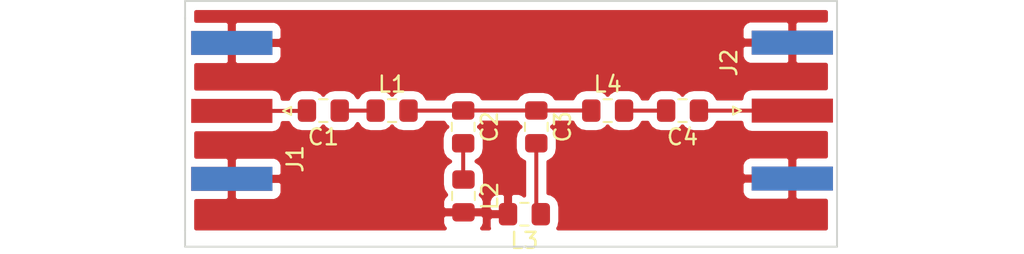
<source format=kicad_pcb>
(kicad_pcb (version 20171130) (host pcbnew "(6.0.0-rc1-dev-305-gf0b8b21)")

  (general
    (thickness 1.6)
    (drawings 6)
    (tracks 13)
    (zones 0)
    (modules 10)
    (nets 9)
  )

  (page A4)
  (layers
    (0 F.Cu signal)
    (31 B.Cu signal)
    (32 B.Adhes user)
    (33 F.Adhes user)
    (34 B.Paste user)
    (35 F.Paste user)
    (36 B.SilkS user)
    (37 F.SilkS user)
    (38 B.Mask user)
    (39 F.Mask user)
    (40 Dwgs.User user)
    (41 Cmts.User user)
    (42 Eco1.User user)
    (43 Eco2.User user)
    (44 Edge.Cuts user)
    (45 Margin user)
    (46 B.CrtYd user)
    (47 F.CrtYd user)
    (48 B.Fab user)
    (49 F.Fab user)
  )

  (setup
    (last_trace_width 0.25)
    (trace_clearance 0.2)
    (zone_clearance 0.508)
    (zone_45_only no)
    (trace_min 0.2)
    (via_size 0.8)
    (via_drill 0.4)
    (via_min_size 0.4)
    (via_min_drill 0.3)
    (uvia_size 0.3)
    (uvia_drill 0.1)
    (uvias_allowed no)
    (uvia_min_size 0.2)
    (uvia_min_drill 0.1)
    (edge_width 0.05)
    (segment_width 0.2)
    (pcb_text_width 0.3)
    (pcb_text_size 1.5 1.5)
    (mod_edge_width 0.12)
    (mod_text_size 1 1)
    (mod_text_width 0.15)
    (pad_size 1.524 1.524)
    (pad_drill 0.762)
    (pad_to_mask_clearance 0.2)
    (aux_axis_origin 0 0)
    (visible_elements FFFFFF7F)
    (pcbplotparams
      (layerselection 0x01000_7fffffff)
      (usegerberextensions false)
      (usegerberattributes false)
      (usegerberadvancedattributes false)
      (creategerberjobfile false)
      (excludeedgelayer true)
      (linewidth 0.100000)
      (plotframeref false)
      (viasonmask false)
      (mode 1)
      (useauxorigin false)
      (hpglpennumber 1)
      (hpglpenspeed 20)
      (hpglpendiameter 15.000000)
      (psnegative false)
      (psa4output false)
      (plotreference true)
      (plotvalue true)
      (plotinvisibletext false)
      (padsonsilk false)
      (subtractmaskfromsilk false)
      (outputformat 1)
      (mirror false)
      (drillshape 0)
      (scaleselection 1)
      (outputdirectory "../../../../../../../../../../../Volumes/USB30FD/Conner/29.4 MHz Bandpass Filter/3rd Order Inverse #2/"))
  )

  (net 0 "")
  (net 1 "Net-(C1-Pad1)")
  (net 2 "Net-(C1-Pad2)")
  (net 3 "Net-(C2-Pad2)")
  (net 4 "Net-(C2-Pad1)")
  (net 5 "Net-(C3-Pad2)")
  (net 6 "Net-(C4-Pad2)")
  (net 7 "Net-(C4-Pad1)")
  (net 8 GND)

  (net_class Default "This is the default net class."
    (clearance 0.2)
    (trace_width 0.25)
    (via_dia 0.8)
    (via_drill 0.4)
    (uvia_dia 0.3)
    (uvia_drill 0.1)
    (add_net GND)
    (add_net "Net-(C1-Pad1)")
    (add_net "Net-(C1-Pad2)")
    (add_net "Net-(C2-Pad1)")
    (add_net "Net-(C2-Pad2)")
    (add_net "Net-(C3-Pad2)")
    (add_net "Net-(C4-Pad1)")
    (add_net "Net-(C4-Pad2)")
  )

  (module Capacitor_SMD:C_0805_2012Metric_Pad1.15x1.40mm_HandSolder (layer F.Cu) (tedit 5B36C52B) (tstamp 5E27B9AF)
    (at 124.215 56.642 180)
    (descr "Capacitor SMD 0805 (2012 Metric), square (rectangular) end terminal, IPC_7351 nominal with elongated pad for handsoldering. (Body size source: https://docs.google.com/spreadsheets/d/1BsfQQcO9C6DZCsRaXUlFlo91Tg2WpOkGARC1WS5S8t0/edit?usp=sharing), generated with kicad-footprint-generator")
    (tags "capacitor handsolder")
    (path /5E278761)
    (attr smd)
    (fp_text reference C1 (at 0 -1.65 180) (layer F.SilkS)
      (effects (font (size 1 1) (thickness 0.15)))
    )
    (fp_text value 20pF (at 0 1.65 180) (layer F.Fab)
      (effects (font (size 1 1) (thickness 0.15)))
    )
    (fp_line (start -1 0.6) (end -1 -0.6) (layer F.Fab) (width 0.1))
    (fp_line (start -1 -0.6) (end 1 -0.6) (layer F.Fab) (width 0.1))
    (fp_line (start 1 -0.6) (end 1 0.6) (layer F.Fab) (width 0.1))
    (fp_line (start 1 0.6) (end -1 0.6) (layer F.Fab) (width 0.1))
    (fp_line (start -0.261252 -0.71) (end 0.261252 -0.71) (layer F.SilkS) (width 0.12))
    (fp_line (start -0.261252 0.71) (end 0.261252 0.71) (layer F.SilkS) (width 0.12))
    (fp_line (start -1.85 0.95) (end -1.85 -0.95) (layer F.CrtYd) (width 0.05))
    (fp_line (start -1.85 -0.95) (end 1.85 -0.95) (layer F.CrtYd) (width 0.05))
    (fp_line (start 1.85 -0.95) (end 1.85 0.95) (layer F.CrtYd) (width 0.05))
    (fp_line (start 1.85 0.95) (end -1.85 0.95) (layer F.CrtYd) (width 0.05))
    (fp_text user %R (at 0 0 180) (layer F.Fab)
      (effects (font (size 0.5 0.5) (thickness 0.08)))
    )
    (pad 1 smd roundrect (at -1.025 0 180) (size 1.15 1.4) (layers F.Cu F.Paste F.Mask) (roundrect_rratio 0.217391)
      (net 1 "Net-(C1-Pad1)"))
    (pad 2 smd roundrect (at 1.025 0 180) (size 1.15 1.4) (layers F.Cu F.Paste F.Mask) (roundrect_rratio 0.217391)
      (net 2 "Net-(C1-Pad2)"))
    (model ${KISYS3DMOD}/Capacitor_SMD.3dshapes/C_0805_2012Metric.wrl
      (at (xyz 0 0 0))
      (scale (xyz 1 1 1))
      (rotate (xyz 0 0 0))
    )
  )

  (module Capacitor_SMD:C_0805_2012Metric_Pad1.15x1.40mm_HandSolder (layer F.Cu) (tedit 5B36C52B) (tstamp 5E27B9C0)
    (at 132.96 57.658 270)
    (descr "Capacitor SMD 0805 (2012 Metric), square (rectangular) end terminal, IPC_7351 nominal with elongated pad for handsoldering. (Body size source: https://docs.google.com/spreadsheets/d/1BsfQQcO9C6DZCsRaXUlFlo91Tg2WpOkGARC1WS5S8t0/edit?usp=sharing), generated with kicad-footprint-generator")
    (tags "capacitor handsolder")
    (path /5E278842)
    (attr smd)
    (fp_text reference C2 (at 0 -1.65 270) (layer F.SilkS)
      (effects (font (size 1 1) (thickness 0.15)))
    )
    (fp_text value 270pF (at 0 1.65 270) (layer F.Fab)
      (effects (font (size 1 1) (thickness 0.15)))
    )
    (fp_text user %R (at 0 0 270) (layer F.Fab)
      (effects (font (size 0.5 0.5) (thickness 0.08)))
    )
    (fp_line (start 1.85 0.95) (end -1.85 0.95) (layer F.CrtYd) (width 0.05))
    (fp_line (start 1.85 -0.95) (end 1.85 0.95) (layer F.CrtYd) (width 0.05))
    (fp_line (start -1.85 -0.95) (end 1.85 -0.95) (layer F.CrtYd) (width 0.05))
    (fp_line (start -1.85 0.95) (end -1.85 -0.95) (layer F.CrtYd) (width 0.05))
    (fp_line (start -0.261252 0.71) (end 0.261252 0.71) (layer F.SilkS) (width 0.12))
    (fp_line (start -0.261252 -0.71) (end 0.261252 -0.71) (layer F.SilkS) (width 0.12))
    (fp_line (start 1 0.6) (end -1 0.6) (layer F.Fab) (width 0.1))
    (fp_line (start 1 -0.6) (end 1 0.6) (layer F.Fab) (width 0.1))
    (fp_line (start -1 -0.6) (end 1 -0.6) (layer F.Fab) (width 0.1))
    (fp_line (start -1 0.6) (end -1 -0.6) (layer F.Fab) (width 0.1))
    (pad 2 smd roundrect (at 1.025 0 270) (size 1.15 1.4) (layers F.Cu F.Paste F.Mask) (roundrect_rratio 0.217391)
      (net 3 "Net-(C2-Pad2)"))
    (pad 1 smd roundrect (at -1.025 0 270) (size 1.15 1.4) (layers F.Cu F.Paste F.Mask) (roundrect_rratio 0.217391)
      (net 4 "Net-(C2-Pad1)"))
    (model ${KISYS3DMOD}/Capacitor_SMD.3dshapes/C_0805_2012Metric.wrl
      (at (xyz 0 0 0))
      (scale (xyz 1 1 1))
      (rotate (xyz 0 0 0))
    )
  )

  (module Capacitor_SMD:C_0805_2012Metric_Pad1.15x1.40mm_HandSolder (layer F.Cu) (tedit 5B36C52B) (tstamp 5E27B9D1)
    (at 137.532 57.658 270)
    (descr "Capacitor SMD 0805 (2012 Metric), square (rectangular) end terminal, IPC_7351 nominal with elongated pad for handsoldering. (Body size source: https://docs.google.com/spreadsheets/d/1BsfQQcO9C6DZCsRaXUlFlo91Tg2WpOkGARC1WS5S8t0/edit?usp=sharing), generated with kicad-footprint-generator")
    (tags "capacitor handsolder")
    (path /5E278933)
    (attr smd)
    (fp_text reference C3 (at 0 -1.65 270) (layer F.SilkS)
      (effects (font (size 1 1) (thickness 0.15)))
    )
    (fp_text value 680pF (at 0 1.65 270) (layer F.Fab)
      (effects (font (size 1 1) (thickness 0.15)))
    )
    (fp_line (start -1 0.6) (end -1 -0.6) (layer F.Fab) (width 0.1))
    (fp_line (start -1 -0.6) (end 1 -0.6) (layer F.Fab) (width 0.1))
    (fp_line (start 1 -0.6) (end 1 0.6) (layer F.Fab) (width 0.1))
    (fp_line (start 1 0.6) (end -1 0.6) (layer F.Fab) (width 0.1))
    (fp_line (start -0.261252 -0.71) (end 0.261252 -0.71) (layer F.SilkS) (width 0.12))
    (fp_line (start -0.261252 0.71) (end 0.261252 0.71) (layer F.SilkS) (width 0.12))
    (fp_line (start -1.85 0.95) (end -1.85 -0.95) (layer F.CrtYd) (width 0.05))
    (fp_line (start -1.85 -0.95) (end 1.85 -0.95) (layer F.CrtYd) (width 0.05))
    (fp_line (start 1.85 -0.95) (end 1.85 0.95) (layer F.CrtYd) (width 0.05))
    (fp_line (start 1.85 0.95) (end -1.85 0.95) (layer F.CrtYd) (width 0.05))
    (fp_text user %R (at 0 0 270) (layer F.Fab)
      (effects (font (size 0.5 0.5) (thickness 0.08)))
    )
    (pad 1 smd roundrect (at -1.025 0 270) (size 1.15 1.4) (layers F.Cu F.Paste F.Mask) (roundrect_rratio 0.217391)
      (net 4 "Net-(C2-Pad1)"))
    (pad 2 smd roundrect (at 1.025 0 270) (size 1.15 1.4) (layers F.Cu F.Paste F.Mask) (roundrect_rratio 0.217391)
      (net 5 "Net-(C3-Pad2)"))
    (model ${KISYS3DMOD}/Capacitor_SMD.3dshapes/C_0805_2012Metric.wrl
      (at (xyz 0 0 0))
      (scale (xyz 1 1 1))
      (rotate (xyz 0 0 0))
    )
  )

  (module Capacitor_SMD:C_0805_2012Metric_Pad1.15x1.40mm_HandSolder (layer F.Cu) (tedit 5B36C52B) (tstamp 5E27B9E2)
    (at 146.676 56.642 180)
    (descr "Capacitor SMD 0805 (2012 Metric), square (rectangular) end terminal, IPC_7351 nominal with elongated pad for handsoldering. (Body size source: https://docs.google.com/spreadsheets/d/1BsfQQcO9C6DZCsRaXUlFlo91Tg2WpOkGARC1WS5S8t0/edit?usp=sharing), generated with kicad-footprint-generator")
    (tags "capacitor handsolder")
    (path /5E278AC1)
    (attr smd)
    (fp_text reference C4 (at 0 -1.65 180) (layer F.SilkS)
      (effects (font (size 1 1) (thickness 0.15)))
    )
    (fp_text value 20pF (at 0 1.65 180) (layer F.Fab)
      (effects (font (size 1 1) (thickness 0.15)))
    )
    (fp_text user %R (at 0 0 180) (layer F.Fab)
      (effects (font (size 0.5 0.5) (thickness 0.08)))
    )
    (fp_line (start 1.85 0.95) (end -1.85 0.95) (layer F.CrtYd) (width 0.05))
    (fp_line (start 1.85 -0.95) (end 1.85 0.95) (layer F.CrtYd) (width 0.05))
    (fp_line (start -1.85 -0.95) (end 1.85 -0.95) (layer F.CrtYd) (width 0.05))
    (fp_line (start -1.85 0.95) (end -1.85 -0.95) (layer F.CrtYd) (width 0.05))
    (fp_line (start -0.261252 0.71) (end 0.261252 0.71) (layer F.SilkS) (width 0.12))
    (fp_line (start -0.261252 -0.71) (end 0.261252 -0.71) (layer F.SilkS) (width 0.12))
    (fp_line (start 1 0.6) (end -1 0.6) (layer F.Fab) (width 0.1))
    (fp_line (start 1 -0.6) (end 1 0.6) (layer F.Fab) (width 0.1))
    (fp_line (start -1 -0.6) (end 1 -0.6) (layer F.Fab) (width 0.1))
    (fp_line (start -1 0.6) (end -1 -0.6) (layer F.Fab) (width 0.1))
    (pad 2 smd roundrect (at 1.025 0 180) (size 1.15 1.4) (layers F.Cu F.Paste F.Mask) (roundrect_rratio 0.217391)
      (net 6 "Net-(C4-Pad2)"))
    (pad 1 smd roundrect (at -1.025 0 180) (size 1.15 1.4) (layers F.Cu F.Paste F.Mask) (roundrect_rratio 0.217391)
      (net 7 "Net-(C4-Pad1)"))
    (model ${KISYS3DMOD}/Capacitor_SMD.3dshapes/C_0805_2012Metric.wrl
      (at (xyz 0 0 0))
      (scale (xyz 1 1 1))
      (rotate (xyz 0 0 0))
    )
  )

  (module Connector_Coaxial:SMA_Amphenol_132289_EdgeMount (layer F.Cu) (tedit 5A1C1810) (tstamp 5E27BA05)
    (at 118.491 56.659001 180)
    (descr http://www.amphenolrf.com/132289.html)
    (tags SMA)
    (path /5E278BD2)
    (attr smd)
    (fp_text reference J1 (at -3.96 -3 270) (layer F.SilkS)
      (effects (font (size 1 1) (thickness 0.15)))
    )
    (fp_text value Conn_Coaxial (at 5 6 180) (layer F.Fab)
      (effects (font (size 1 1) (thickness 0.15)))
    )
    (fp_line (start -1.91 5.08) (end 4.445 5.08) (layer F.Fab) (width 0.1))
    (fp_line (start -1.91 3.81) (end -1.91 5.08) (layer F.Fab) (width 0.1))
    (fp_line (start 2.54 3.81) (end -1.91 3.81) (layer F.Fab) (width 0.1))
    (fp_line (start 2.54 -3.81) (end 2.54 3.81) (layer F.Fab) (width 0.1))
    (fp_line (start -1.91 -3.81) (end 2.54 -3.81) (layer F.Fab) (width 0.1))
    (fp_line (start -1.91 -5.08) (end -1.91 -3.81) (layer F.Fab) (width 0.1))
    (fp_line (start -1.91 -5.08) (end 4.445 -5.08) (layer F.Fab) (width 0.1))
    (fp_line (start 4.445 -3.81) (end 4.445 -5.08) (layer F.Fab) (width 0.1))
    (fp_line (start 4.445 5.08) (end 4.445 3.81) (layer F.Fab) (width 0.1))
    (fp_line (start 13.97 3.81) (end 4.445 3.81) (layer F.Fab) (width 0.1))
    (fp_line (start 13.97 -3.81) (end 13.97 3.81) (layer F.Fab) (width 0.1))
    (fp_line (start 4.445 -3.81) (end 13.97 -3.81) (layer F.Fab) (width 0.1))
    (fp_line (start -3.04 5.58) (end -3.04 -5.58) (layer B.CrtYd) (width 0.05))
    (fp_line (start 14.47 5.58) (end -3.04 5.58) (layer B.CrtYd) (width 0.05))
    (fp_line (start 14.47 -5.58) (end 14.47 5.58) (layer B.CrtYd) (width 0.05))
    (fp_line (start 14.47 -5.58) (end -3.04 -5.58) (layer B.CrtYd) (width 0.05))
    (fp_line (start -3.04 5.58) (end -3.04 -5.58) (layer F.CrtYd) (width 0.05))
    (fp_line (start 14.47 5.58) (end -3.04 5.58) (layer F.CrtYd) (width 0.05))
    (fp_line (start 14.47 -5.58) (end 14.47 5.58) (layer F.CrtYd) (width 0.05))
    (fp_line (start 14.47 -5.58) (end -3.04 -5.58) (layer F.CrtYd) (width 0.05))
    (fp_text user %R (at 4.79 0 90) (layer F.Fab)
      (effects (font (size 1 1) (thickness 0.15)))
    )
    (fp_line (start 2.54 -0.75) (end 3.54 0) (layer F.Fab) (width 0.1))
    (fp_line (start 3.54 0) (end 2.54 0.75) (layer F.Fab) (width 0.1))
    (fp_line (start -3.21 0) (end -3.71 -0.25) (layer F.SilkS) (width 0.12))
    (fp_line (start -3.71 -0.25) (end -3.71 0.25) (layer F.SilkS) (width 0.12))
    (fp_line (start -3.71 0.25) (end -3.21 0) (layer F.SilkS) (width 0.12))
    (pad 1 smd rect (at 0 0 270) (size 1.5 5.08) (layers F.Cu F.Paste F.Mask)
      (net 2 "Net-(C1-Pad2)"))
    (pad 2 smd rect (at 0 -4.25 270) (size 1.5 5.08) (layers F.Cu F.Paste F.Mask)
      (net 8 GND))
    (pad 2 smd rect (at 0 4.25 270) (size 1.5 5.08) (layers F.Cu F.Paste F.Mask)
      (net 8 GND))
    (pad 2 smd rect (at 0 -4.25 270) (size 1.5 5.08) (layers B.Cu B.Paste B.Mask)
      (net 8 GND))
    (pad 2 smd rect (at 0 4.25 270) (size 1.5 5.08) (layers B.Cu B.Paste B.Mask)
      (net 8 GND))
    (model ${KISYS3DMOD}/Connector_Coaxial.3dshapes/SMA_Amphenol_132289_EdgeMount.wrl
      (at (xyz 0 0 0))
      (scale (xyz 1 1 1))
      (rotate (xyz 0 0 0))
    )
  )

  (module Connector_Coaxial:SMA_Amphenol_132289_EdgeMount (layer F.Cu) (tedit 5A1C1810) (tstamp 5E27BA28)
    (at 153.543 56.642)
    (descr http://www.amphenolrf.com/132289.html)
    (tags SMA)
    (path /5E278B68)
    (attr smd)
    (fp_text reference J2 (at -3.96 -3 90) (layer F.SilkS)
      (effects (font (size 1 1) (thickness 0.15)))
    )
    (fp_text value Conn_Coaxial (at 5 6) (layer F.Fab)
      (effects (font (size 1 1) (thickness 0.15)))
    )
    (fp_line (start -3.71 0.25) (end -3.21 0) (layer F.SilkS) (width 0.12))
    (fp_line (start -3.71 -0.25) (end -3.71 0.25) (layer F.SilkS) (width 0.12))
    (fp_line (start -3.21 0) (end -3.71 -0.25) (layer F.SilkS) (width 0.12))
    (fp_line (start 3.54 0) (end 2.54 0.75) (layer F.Fab) (width 0.1))
    (fp_line (start 2.54 -0.75) (end 3.54 0) (layer F.Fab) (width 0.1))
    (fp_text user %R (at 4.79 0 270) (layer F.Fab)
      (effects (font (size 1 1) (thickness 0.15)))
    )
    (fp_line (start 14.47 -5.58) (end -3.04 -5.58) (layer F.CrtYd) (width 0.05))
    (fp_line (start 14.47 -5.58) (end 14.47 5.58) (layer F.CrtYd) (width 0.05))
    (fp_line (start 14.47 5.58) (end -3.04 5.58) (layer F.CrtYd) (width 0.05))
    (fp_line (start -3.04 5.58) (end -3.04 -5.58) (layer F.CrtYd) (width 0.05))
    (fp_line (start 14.47 -5.58) (end -3.04 -5.58) (layer B.CrtYd) (width 0.05))
    (fp_line (start 14.47 -5.58) (end 14.47 5.58) (layer B.CrtYd) (width 0.05))
    (fp_line (start 14.47 5.58) (end -3.04 5.58) (layer B.CrtYd) (width 0.05))
    (fp_line (start -3.04 5.58) (end -3.04 -5.58) (layer B.CrtYd) (width 0.05))
    (fp_line (start 4.445 -3.81) (end 13.97 -3.81) (layer F.Fab) (width 0.1))
    (fp_line (start 13.97 -3.81) (end 13.97 3.81) (layer F.Fab) (width 0.1))
    (fp_line (start 13.97 3.81) (end 4.445 3.81) (layer F.Fab) (width 0.1))
    (fp_line (start 4.445 5.08) (end 4.445 3.81) (layer F.Fab) (width 0.1))
    (fp_line (start 4.445 -3.81) (end 4.445 -5.08) (layer F.Fab) (width 0.1))
    (fp_line (start -1.91 -5.08) (end 4.445 -5.08) (layer F.Fab) (width 0.1))
    (fp_line (start -1.91 -5.08) (end -1.91 -3.81) (layer F.Fab) (width 0.1))
    (fp_line (start -1.91 -3.81) (end 2.54 -3.81) (layer F.Fab) (width 0.1))
    (fp_line (start 2.54 -3.81) (end 2.54 3.81) (layer F.Fab) (width 0.1))
    (fp_line (start 2.54 3.81) (end -1.91 3.81) (layer F.Fab) (width 0.1))
    (fp_line (start -1.91 3.81) (end -1.91 5.08) (layer F.Fab) (width 0.1))
    (fp_line (start -1.91 5.08) (end 4.445 5.08) (layer F.Fab) (width 0.1))
    (pad 2 smd rect (at 0 4.25 90) (size 1.5 5.08) (layers B.Cu B.Paste B.Mask)
      (net 8 GND))
    (pad 2 smd rect (at 0 -4.25 90) (size 1.5 5.08) (layers B.Cu B.Paste B.Mask)
      (net 8 GND))
    (pad 2 smd rect (at 0 4.25 90) (size 1.5 5.08) (layers F.Cu F.Paste F.Mask)
      (net 8 GND))
    (pad 2 smd rect (at 0 -4.25 90) (size 1.5 5.08) (layers F.Cu F.Paste F.Mask)
      (net 8 GND))
    (pad 1 smd rect (at 0 0 90) (size 1.5 5.08) (layers F.Cu F.Paste F.Mask)
      (net 7 "Net-(C4-Pad1)"))
    (model ${KISYS3DMOD}/Connector_Coaxial.3dshapes/SMA_Amphenol_132289_EdgeMount.wrl
      (at (xyz 0 0 0))
      (scale (xyz 1 1 1))
      (rotate (xyz 0 0 0))
    )
  )

  (module Inductor_SMD:L_0805_2012Metric_Pad1.15x1.40mm_HandSolder (layer F.Cu) (tedit 5B36C52B) (tstamp 5E27BA39)
    (at 128.515 56.642)
    (descr "Capacitor SMD 0805 (2012 Metric), square (rectangular) end terminal, IPC_7351 nominal with elongated pad for handsoldering. (Body size source: https://docs.google.com/spreadsheets/d/1BsfQQcO9C6DZCsRaXUlFlo91Tg2WpOkGARC1WS5S8t0/edit?usp=sharing), generated with kicad-footprint-generator")
    (tags "inductor handsolder")
    (path /5E2787E0)
    (attr smd)
    (fp_text reference L1 (at 0 -1.65) (layer F.SilkS)
      (effects (font (size 1 1) (thickness 0.15)))
    )
    (fp_text value 1.3uH (at 0 1.65) (layer F.Fab)
      (effects (font (size 1 1) (thickness 0.15)))
    )
    (fp_line (start -1 0.6) (end -1 -0.6) (layer F.Fab) (width 0.1))
    (fp_line (start -1 -0.6) (end 1 -0.6) (layer F.Fab) (width 0.1))
    (fp_line (start 1 -0.6) (end 1 0.6) (layer F.Fab) (width 0.1))
    (fp_line (start 1 0.6) (end -1 0.6) (layer F.Fab) (width 0.1))
    (fp_line (start -0.261252 -0.71) (end 0.261252 -0.71) (layer F.SilkS) (width 0.12))
    (fp_line (start -0.261252 0.71) (end 0.261252 0.71) (layer F.SilkS) (width 0.12))
    (fp_line (start -1.85 0.95) (end -1.85 -0.95) (layer F.CrtYd) (width 0.05))
    (fp_line (start -1.85 -0.95) (end 1.85 -0.95) (layer F.CrtYd) (width 0.05))
    (fp_line (start 1.85 -0.95) (end 1.85 0.95) (layer F.CrtYd) (width 0.05))
    (fp_line (start 1.85 0.95) (end -1.85 0.95) (layer F.CrtYd) (width 0.05))
    (fp_text user %R (at 0 0) (layer F.Fab)
      (effects (font (size 0.5 0.5) (thickness 0.08)))
    )
    (pad 1 smd roundrect (at -1.025 0) (size 1.15 1.4) (layers F.Cu F.Paste F.Mask) (roundrect_rratio 0.217391)
      (net 1 "Net-(C1-Pad1)"))
    (pad 2 smd roundrect (at 1.025 0) (size 1.15 1.4) (layers F.Cu F.Paste F.Mask) (roundrect_rratio 0.217391)
      (net 4 "Net-(C2-Pad1)"))
    (model ${KISYS3DMOD}/Inductor_SMD.3dshapes/L_0805_2012Metric.wrl
      (at (xyz 0 0 0))
      (scale (xyz 1 1 1))
      (rotate (xyz 0 0 0))
    )
  )

  (module Inductor_SMD:L_0805_2012Metric_Pad1.15x1.40mm_HandSolder (layer F.Cu) (tedit 5B36C52B) (tstamp 5E27BA4A)
    (at 132.978 61.976 270)
    (descr "Capacitor SMD 0805 (2012 Metric), square (rectangular) end terminal, IPC_7351 nominal with elongated pad for handsoldering. (Body size source: https://docs.google.com/spreadsheets/d/1BsfQQcO9C6DZCsRaXUlFlo91Tg2WpOkGARC1WS5S8t0/edit?usp=sharing), generated with kicad-footprint-generator")
    (tags "inductor handsolder")
    (path /5E278899)
    (attr smd)
    (fp_text reference L2 (at 0 -1.65 270) (layer F.SilkS)
      (effects (font (size 1 1) (thickness 0.15)))
    )
    (fp_text value 39nH (at 0 1.65 270) (layer F.Fab)
      (effects (font (size 1 1) (thickness 0.15)))
    )
    (fp_text user %R (at 0 0 270) (layer F.Fab)
      (effects (font (size 0.5 0.5) (thickness 0.08)))
    )
    (fp_line (start 1.85 0.95) (end -1.85 0.95) (layer F.CrtYd) (width 0.05))
    (fp_line (start 1.85 -0.95) (end 1.85 0.95) (layer F.CrtYd) (width 0.05))
    (fp_line (start -1.85 -0.95) (end 1.85 -0.95) (layer F.CrtYd) (width 0.05))
    (fp_line (start -1.85 0.95) (end -1.85 -0.95) (layer F.CrtYd) (width 0.05))
    (fp_line (start -0.261252 0.71) (end 0.261252 0.71) (layer F.SilkS) (width 0.12))
    (fp_line (start -0.261252 -0.71) (end 0.261252 -0.71) (layer F.SilkS) (width 0.12))
    (fp_line (start 1 0.6) (end -1 0.6) (layer F.Fab) (width 0.1))
    (fp_line (start 1 -0.6) (end 1 0.6) (layer F.Fab) (width 0.1))
    (fp_line (start -1 -0.6) (end 1 -0.6) (layer F.Fab) (width 0.1))
    (fp_line (start -1 0.6) (end -1 -0.6) (layer F.Fab) (width 0.1))
    (pad 2 smd roundrect (at 1.025 0 270) (size 1.15 1.4) (layers F.Cu F.Paste F.Mask) (roundrect_rratio 0.217391)
      (net 8 GND))
    (pad 1 smd roundrect (at -1.025 0 270) (size 1.15 1.4) (layers F.Cu F.Paste F.Mask) (roundrect_rratio 0.217391)
      (net 3 "Net-(C2-Pad2)"))
    (model ${KISYS3DMOD}/Inductor_SMD.3dshapes/L_0805_2012Metric.wrl
      (at (xyz 0 0 0))
      (scale (xyz 1 1 1))
      (rotate (xyz 0 0 0))
    )
  )

  (module Inductor_SMD:L_0805_2012Metric_Pad1.15x1.40mm_HandSolder (layer F.Cu) (tedit 5B36C52B) (tstamp 5E27BA5B)
    (at 136.788 63.119 180)
    (descr "Capacitor SMD 0805 (2012 Metric), square (rectangular) end terminal, IPC_7351 nominal with elongated pad for handsoldering. (Body size source: https://docs.google.com/spreadsheets/d/1BsfQQcO9C6DZCsRaXUlFlo91Tg2WpOkGARC1WS5S8t0/edit?usp=sharing), generated with kicad-footprint-generator")
    (tags "inductor handsolder")
    (path /5E278989)
    (attr smd)
    (fp_text reference L3 (at 0 -1.65 180) (layer F.SilkS)
      (effects (font (size 1 1) (thickness 0.15)))
    )
    (fp_text value 100nH (at 0 1.65 180) (layer F.Fab)
      (effects (font (size 1 1) (thickness 0.15)))
    )
    (fp_line (start -1 0.6) (end -1 -0.6) (layer F.Fab) (width 0.1))
    (fp_line (start -1 -0.6) (end 1 -0.6) (layer F.Fab) (width 0.1))
    (fp_line (start 1 -0.6) (end 1 0.6) (layer F.Fab) (width 0.1))
    (fp_line (start 1 0.6) (end -1 0.6) (layer F.Fab) (width 0.1))
    (fp_line (start -0.261252 -0.71) (end 0.261252 -0.71) (layer F.SilkS) (width 0.12))
    (fp_line (start -0.261252 0.71) (end 0.261252 0.71) (layer F.SilkS) (width 0.12))
    (fp_line (start -1.85 0.95) (end -1.85 -0.95) (layer F.CrtYd) (width 0.05))
    (fp_line (start -1.85 -0.95) (end 1.85 -0.95) (layer F.CrtYd) (width 0.05))
    (fp_line (start 1.85 -0.95) (end 1.85 0.95) (layer F.CrtYd) (width 0.05))
    (fp_line (start 1.85 0.95) (end -1.85 0.95) (layer F.CrtYd) (width 0.05))
    (fp_text user %R (at 0 0 180) (layer F.Fab)
      (effects (font (size 0.5 0.5) (thickness 0.08)))
    )
    (pad 1 smd roundrect (at -1.025 0 180) (size 1.15 1.4) (layers F.Cu F.Paste F.Mask) (roundrect_rratio 0.217391)
      (net 5 "Net-(C3-Pad2)"))
    (pad 2 smd roundrect (at 1.025 0 180) (size 1.15 1.4) (layers F.Cu F.Paste F.Mask) (roundrect_rratio 0.217391)
      (net 8 GND))
    (model ${KISYS3DMOD}/Inductor_SMD.3dshapes/L_0805_2012Metric.wrl
      (at (xyz 0 0 0))
      (scale (xyz 1 1 1))
      (rotate (xyz 0 0 0))
    )
  )

  (module Inductor_SMD:L_0805_2012Metric_Pad1.15x1.40mm_HandSolder (layer F.Cu) (tedit 5B36C52B) (tstamp 5E27BA6C)
    (at 141.995 56.642)
    (descr "Capacitor SMD 0805 (2012 Metric), square (rectangular) end terminal, IPC_7351 nominal with elongated pad for handsoldering. (Body size source: https://docs.google.com/spreadsheets/d/1BsfQQcO9C6DZCsRaXUlFlo91Tg2WpOkGARC1WS5S8t0/edit?usp=sharing), generated with kicad-footprint-generator")
    (tags "inductor handsolder")
    (path /5E2789FC)
    (attr smd)
    (fp_text reference L4 (at 0 -1.65) (layer F.SilkS)
      (effects (font (size 1 1) (thickness 0.15)))
    )
    (fp_text value 1.3uH (at 0 1.65) (layer F.Fab)
      (effects (font (size 1 1) (thickness 0.15)))
    )
    (fp_text user %R (at 0 0) (layer F.Fab)
      (effects (font (size 0.5 0.5) (thickness 0.08)))
    )
    (fp_line (start 1.85 0.95) (end -1.85 0.95) (layer F.CrtYd) (width 0.05))
    (fp_line (start 1.85 -0.95) (end 1.85 0.95) (layer F.CrtYd) (width 0.05))
    (fp_line (start -1.85 -0.95) (end 1.85 -0.95) (layer F.CrtYd) (width 0.05))
    (fp_line (start -1.85 0.95) (end -1.85 -0.95) (layer F.CrtYd) (width 0.05))
    (fp_line (start -0.261252 0.71) (end 0.261252 0.71) (layer F.SilkS) (width 0.12))
    (fp_line (start -0.261252 -0.71) (end 0.261252 -0.71) (layer F.SilkS) (width 0.12))
    (fp_line (start 1 0.6) (end -1 0.6) (layer F.Fab) (width 0.1))
    (fp_line (start 1 -0.6) (end 1 0.6) (layer F.Fab) (width 0.1))
    (fp_line (start -1 -0.6) (end 1 -0.6) (layer F.Fab) (width 0.1))
    (fp_line (start -1 0.6) (end -1 -0.6) (layer F.Fab) (width 0.1))
    (pad 2 smd roundrect (at 1.025 0) (size 1.15 1.4) (layers F.Cu F.Paste F.Mask) (roundrect_rratio 0.217391)
      (net 6 "Net-(C4-Pad2)"))
    (pad 1 smd roundrect (at -1.025 0) (size 1.15 1.4) (layers F.Cu F.Paste F.Mask) (roundrect_rratio 0.217391)
      (net 4 "Net-(C2-Pad1)"))
    (model ${KISYS3DMOD}/Inductor_SMD.3dshapes/L_0805_2012Metric.wrl
      (at (xyz 0 0 0))
      (scale (xyz 1 1 1))
      (rotate (xyz 0 0 0))
    )
  )

  (gr_line (start 115.57 49.784) (end 115.57 50.927) (layer Edge.Cuts) (width 0.12))
  (gr_line (start 156.337 49.784) (end 115.57 49.784) (layer Edge.Cuts) (width 0.12))
  (gr_line (start 156.337 65.151) (end 156.337 49.784) (layer Edge.Cuts) (width 0.12))
  (gr_line (start 115.57 65.151) (end 156.337 65.151) (layer Edge.Cuts) (width 0.12))
  (gr_line (start 115.57 64.135) (end 115.57 65.151) (layer Edge.Cuts) (width 0.12))
  (gr_line (start 115.57 50.8) (end 115.57 64.135) (layer Edge.Cuts) (width 0.12))

  (segment (start 125.24 56.642) (end 127.49 56.642) (width 0.25) (layer F.Cu) (net 1))
  (segment (start 123.172999 56.659001) (end 123.19 56.642) (width 0.25) (layer F.Cu) (net 2))
  (segment (start 118.491 56.659001) (end 123.172999 56.659001) (width 0.25) (layer F.Cu) (net 2))
  (segment (start 132.96 60.933) (end 132.978 60.951) (width 0.25) (layer F.Cu) (net 3))
  (segment (start 132.96 58.683) (end 132.96 60.933) (width 0.25) (layer F.Cu) (net 3))
  (segment (start 132.951 56.642) (end 132.96 56.633) (width 0.25) (layer F.Cu) (net 4))
  (segment (start 129.54 56.642) (end 132.951 56.642) (width 0.25) (layer F.Cu) (net 4))
  (segment (start 140.961 56.633) (end 140.97 56.642) (width 0.25) (layer F.Cu) (net 4))
  (segment (start 132.96 56.633) (end 140.961 56.633) (width 0.25) (layer F.Cu) (net 4))
  (segment (start 137.532 62.838) (end 137.813 63.119) (width 0.25) (layer F.Cu) (net 5))
  (segment (start 137.532 58.683) (end 137.532 62.838) (width 0.25) (layer F.Cu) (net 5))
  (segment (start 143.02 56.642) (end 145.651 56.642) (width 0.25) (layer F.Cu) (net 6))
  (segment (start 147.701 56.642) (end 153.543 56.642) (width 0.25) (layer F.Cu) (net 7))

  (zone (net 8) (net_name GND) (layer F.Cu) (tstamp 5E27D4B7) (hatch edge 0.508)
    (connect_pads (clearance 0.508))
    (min_thickness 0.254)
    (fill yes (arc_segments 16) (thermal_gap 0.508) (thermal_bridge_width 0.508))
    (polygon
      (pts
        (xy 115.57 49.784) (xy 115.57 64.135) (xy 156.464 64.135) (xy 156.464 49.784)
      )
    )
    (filled_polygon
      (pts
        (xy 139.815873 57.435436) (xy 140.010414 57.726586) (xy 140.301564 57.921127) (xy 140.644999 57.98944) (xy 141.295001 57.98944)
        (xy 141.638436 57.921127) (xy 141.929586 57.726586) (xy 141.995 57.628687) (xy 142.060414 57.726586) (xy 142.351564 57.921127)
        (xy 142.694999 57.98944) (xy 143.345001 57.98944) (xy 143.688436 57.921127) (xy 143.979586 57.726586) (xy 144.174127 57.435436)
        (xy 144.180778 57.402) (xy 144.490222 57.402) (xy 144.496873 57.435436) (xy 144.691414 57.726586) (xy 144.982564 57.921127)
        (xy 145.325999 57.98944) (xy 145.976001 57.98944) (xy 146.319436 57.921127) (xy 146.610586 57.726586) (xy 146.676 57.628687)
        (xy 146.741414 57.726586) (xy 147.032564 57.921127) (xy 147.375999 57.98944) (xy 148.026001 57.98944) (xy 148.369436 57.921127)
        (xy 148.660586 57.726586) (xy 148.855127 57.435436) (xy 148.861778 57.402) (xy 150.357549 57.402) (xy 150.404843 57.639765)
        (xy 150.545191 57.849809) (xy 150.755235 57.990157) (xy 151.003 58.03944) (xy 155.642 58.03944) (xy 155.642 59.507)
        (xy 153.82875 59.507) (xy 153.67 59.66575) (xy 153.67 60.765) (xy 153.69 60.765) (xy 153.69 61.019)
        (xy 153.67 61.019) (xy 153.67 62.11825) (xy 153.82875 62.277) (xy 155.642 62.277) (xy 155.642 64.008)
        (xy 138.903273 64.008) (xy 138.967127 63.912436) (xy 139.03544 63.569001) (xy 139.03544 62.668999) (xy 138.967127 62.325564)
        (xy 138.772586 62.034414) (xy 138.481436 61.839873) (xy 138.292 61.802192) (xy 138.292 61.17775) (xy 150.368 61.17775)
        (xy 150.368 61.768309) (xy 150.464673 62.001698) (xy 150.643301 62.180327) (xy 150.87669 62.277) (xy 153.25725 62.277)
        (xy 153.416 62.11825) (xy 153.416 61.019) (xy 150.52675 61.019) (xy 150.368 61.17775) (xy 138.292 61.17775)
        (xy 138.292 60.015691) (xy 150.368 60.015691) (xy 150.368 60.60625) (xy 150.52675 60.765) (xy 153.416 60.765)
        (xy 153.416 59.66575) (xy 153.25725 59.507) (xy 150.87669 59.507) (xy 150.643301 59.603673) (xy 150.464673 59.782302)
        (xy 150.368 60.015691) (xy 138.292 60.015691) (xy 138.292 59.843778) (xy 138.325436 59.837127) (xy 138.616586 59.642586)
        (xy 138.811127 59.351436) (xy 138.87944 59.008001) (xy 138.87944 58.357999) (xy 138.811127 58.014564) (xy 138.616586 57.723414)
        (xy 138.518687 57.658) (xy 138.616586 57.592586) (xy 138.749946 57.393) (xy 139.807432 57.393)
      )
    )
    (filled_polygon
      (pts
        (xy 136.447414 57.592586) (xy 136.545313 57.658) (xy 136.447414 57.723414) (xy 136.252873 58.014564) (xy 136.18456 58.357999)
        (xy 136.18456 59.008001) (xy 136.252873 59.351436) (xy 136.447414 59.642586) (xy 136.738564 59.837127) (xy 136.772 59.843778)
        (xy 136.772001 61.954975) (xy 136.697698 61.880673) (xy 136.464309 61.784) (xy 136.04875 61.784) (xy 135.89 61.94275)
        (xy 135.89 62.992) (xy 135.91 62.992) (xy 135.91 63.246) (xy 135.89 63.246) (xy 135.89 63.266)
        (xy 135.636 63.266) (xy 135.636 63.246) (xy 134.71175 63.246) (xy 134.553 63.40475) (xy 134.553 63.94531)
        (xy 134.578967 64.008) (xy 134.144025 64.008) (xy 134.216327 63.935698) (xy 134.313 63.702309) (xy 134.313 63.28675)
        (xy 134.15425 63.128) (xy 133.105 63.128) (xy 133.105 63.148) (xy 132.851 63.148) (xy 132.851 63.128)
        (xy 131.80175 63.128) (xy 131.643 63.28675) (xy 131.643 63.702309) (xy 131.739673 63.935698) (xy 131.811975 64.008)
        (xy 116.265 64.008) (xy 116.265 62.294001) (xy 118.20525 62.294001) (xy 118.364 62.135251) (xy 118.364 61.036001)
        (xy 118.618 61.036001) (xy 118.618 62.135251) (xy 118.77675 62.294001) (xy 121.15731 62.294001) (xy 121.390699 62.197328)
        (xy 121.569327 62.018699) (xy 121.666 61.78531) (xy 121.666 61.194751) (xy 121.50725 61.036001) (xy 118.618 61.036001)
        (xy 118.364 61.036001) (xy 118.344 61.036001) (xy 118.344 60.782001) (xy 118.364 60.782001) (xy 118.364 59.682751)
        (xy 118.618 59.682751) (xy 118.618 60.782001) (xy 121.50725 60.782001) (xy 121.666 60.623251) (xy 121.666 60.032692)
        (xy 121.569327 59.799303) (xy 121.390699 59.620674) (xy 121.15731 59.524001) (xy 118.77675 59.524001) (xy 118.618 59.682751)
        (xy 118.364 59.682751) (xy 118.20525 59.524001) (xy 116.265 59.524001) (xy 116.265 58.056441) (xy 121.031 58.056441)
        (xy 121.278765 58.007158) (xy 121.488809 57.86681) (xy 121.629157 57.656766) (xy 121.676451 57.419001) (xy 122.032604 57.419001)
        (xy 122.035873 57.435436) (xy 122.230414 57.726586) (xy 122.521564 57.921127) (xy 122.864999 57.98944) (xy 123.515001 57.98944)
        (xy 123.858436 57.921127) (xy 124.149586 57.726586) (xy 124.215 57.628687) (xy 124.280414 57.726586) (xy 124.571564 57.921127)
        (xy 124.914999 57.98944) (xy 125.565001 57.98944) (xy 125.908436 57.921127) (xy 126.199586 57.726586) (xy 126.365 57.479027)
        (xy 126.530414 57.726586) (xy 126.821564 57.921127) (xy 127.164999 57.98944) (xy 127.815001 57.98944) (xy 128.158436 57.921127)
        (xy 128.449586 57.726586) (xy 128.515 57.628687) (xy 128.580414 57.726586) (xy 128.871564 57.921127) (xy 129.214999 57.98944)
        (xy 129.865001 57.98944) (xy 130.208436 57.921127) (xy 130.499586 57.726586) (xy 130.694127 57.435436) (xy 130.700778 57.402)
        (xy 131.748068 57.402) (xy 131.875414 57.592586) (xy 131.973313 57.658) (xy 131.875414 57.723414) (xy 131.680873 58.014564)
        (xy 131.61256 58.357999) (xy 131.61256 59.008001) (xy 131.680873 59.351436) (xy 131.875414 59.642586) (xy 132.145442 59.823014)
        (xy 131.893414 59.991414) (xy 131.698873 60.282564) (xy 131.63056 60.625999) (xy 131.63056 61.276001) (xy 131.698873 61.619436)
        (xy 131.893414 61.910586) (xy 131.894597 61.911377) (xy 131.739673 62.066302) (xy 131.643 62.299691) (xy 131.643 62.71525)
        (xy 131.80175 62.874) (xy 132.851 62.874) (xy 132.851 62.854) (xy 133.105 62.854) (xy 133.105 62.874)
        (xy 134.15425 62.874) (xy 134.313 62.71525) (xy 134.313 62.299691) (xy 134.310101 62.29269) (xy 134.553 62.29269)
        (xy 134.553 62.83325) (xy 134.71175 62.992) (xy 135.636 62.992) (xy 135.636 61.94275) (xy 135.47725 61.784)
        (xy 135.061691 61.784) (xy 134.828302 61.880673) (xy 134.649673 62.059301) (xy 134.553 62.29269) (xy 134.310101 62.29269)
        (xy 134.216327 62.066302) (xy 134.061403 61.911377) (xy 134.062586 61.910586) (xy 134.257127 61.619436) (xy 134.32544 61.276001)
        (xy 134.32544 60.625999) (xy 134.257127 60.282564) (xy 134.062586 59.991414) (xy 133.792558 59.810986) (xy 134.044586 59.642586)
        (xy 134.239127 59.351436) (xy 134.30744 59.008001) (xy 134.30744 58.357999) (xy 134.239127 58.014564) (xy 134.044586 57.723414)
        (xy 133.946687 57.658) (xy 134.044586 57.592586) (xy 134.177946 57.393) (xy 136.314054 57.393)
      )
    )
    (filled_polygon
      (pts
        (xy 155.642001 51.007) (xy 153.82875 51.007) (xy 153.67 51.16575) (xy 153.67 52.265) (xy 153.69 52.265)
        (xy 153.69 52.519) (xy 153.67 52.519) (xy 153.67 53.61825) (xy 153.82875 53.777) (xy 155.642001 53.777)
        (xy 155.642001 55.24456) (xy 151.003 55.24456) (xy 150.755235 55.293843) (xy 150.545191 55.434191) (xy 150.404843 55.644235)
        (xy 150.357549 55.882) (xy 148.861778 55.882) (xy 148.855127 55.848564) (xy 148.660586 55.557414) (xy 148.369436 55.362873)
        (xy 148.026001 55.29456) (xy 147.375999 55.29456) (xy 147.032564 55.362873) (xy 146.741414 55.557414) (xy 146.676 55.655313)
        (xy 146.610586 55.557414) (xy 146.319436 55.362873) (xy 145.976001 55.29456) (xy 145.325999 55.29456) (xy 144.982564 55.362873)
        (xy 144.691414 55.557414) (xy 144.496873 55.848564) (xy 144.490222 55.882) (xy 144.180778 55.882) (xy 144.174127 55.848564)
        (xy 143.979586 55.557414) (xy 143.688436 55.362873) (xy 143.345001 55.29456) (xy 142.694999 55.29456) (xy 142.351564 55.362873)
        (xy 142.060414 55.557414) (xy 141.995 55.655313) (xy 141.929586 55.557414) (xy 141.638436 55.362873) (xy 141.295001 55.29456)
        (xy 140.644999 55.29456) (xy 140.301564 55.362873) (xy 140.010414 55.557414) (xy 139.815873 55.848564) (xy 139.811012 55.873)
        (xy 138.749946 55.873) (xy 138.616586 55.673414) (xy 138.325436 55.478873) (xy 137.982001 55.41056) (xy 137.081999 55.41056)
        (xy 136.738564 55.478873) (xy 136.447414 55.673414) (xy 136.314054 55.873) (xy 134.177946 55.873) (xy 134.044586 55.673414)
        (xy 133.753436 55.478873) (xy 133.410001 55.41056) (xy 132.509999 55.41056) (xy 132.166564 55.478873) (xy 131.875414 55.673414)
        (xy 131.736041 55.882) (xy 130.700778 55.882) (xy 130.694127 55.848564) (xy 130.499586 55.557414) (xy 130.208436 55.362873)
        (xy 129.865001 55.29456) (xy 129.214999 55.29456) (xy 128.871564 55.362873) (xy 128.580414 55.557414) (xy 128.515 55.655313)
        (xy 128.449586 55.557414) (xy 128.158436 55.362873) (xy 127.815001 55.29456) (xy 127.164999 55.29456) (xy 126.821564 55.362873)
        (xy 126.530414 55.557414) (xy 126.365 55.804973) (xy 126.199586 55.557414) (xy 125.908436 55.362873) (xy 125.565001 55.29456)
        (xy 124.914999 55.29456) (xy 124.571564 55.362873) (xy 124.280414 55.557414) (xy 124.215 55.655313) (xy 124.149586 55.557414)
        (xy 123.858436 55.362873) (xy 123.515001 55.29456) (xy 122.864999 55.29456) (xy 122.521564 55.362873) (xy 122.230414 55.557414)
        (xy 122.035873 55.848564) (xy 122.025841 55.899001) (xy 121.676451 55.899001) (xy 121.629157 55.661236) (xy 121.488809 55.451192)
        (xy 121.278765 55.310844) (xy 121.031 55.261561) (xy 116.265 55.261561) (xy 116.265 53.794001) (xy 118.20525 53.794001)
        (xy 118.364 53.635251) (xy 118.364 52.536001) (xy 118.618 52.536001) (xy 118.618 53.635251) (xy 118.77675 53.794001)
        (xy 121.15731 53.794001) (xy 121.390699 53.697328) (xy 121.569327 53.518699) (xy 121.666 53.28531) (xy 121.666 52.694751)
        (xy 121.648999 52.67775) (xy 150.368 52.67775) (xy 150.368 53.268309) (xy 150.464673 53.501698) (xy 150.643301 53.680327)
        (xy 150.87669 53.777) (xy 153.25725 53.777) (xy 153.416 53.61825) (xy 153.416 52.519) (xy 150.52675 52.519)
        (xy 150.368 52.67775) (xy 121.648999 52.67775) (xy 121.50725 52.536001) (xy 118.618 52.536001) (xy 118.364 52.536001)
        (xy 118.344 52.536001) (xy 118.344 52.282001) (xy 118.364 52.282001) (xy 118.364 51.182751) (xy 118.618 51.182751)
        (xy 118.618 52.282001) (xy 121.50725 52.282001) (xy 121.666 52.123251) (xy 121.666 51.532692) (xy 121.658958 51.515691)
        (xy 150.368 51.515691) (xy 150.368 52.10625) (xy 150.52675 52.265) (xy 153.416 52.265) (xy 153.416 51.16575)
        (xy 153.25725 51.007) (xy 150.87669 51.007) (xy 150.643301 51.103673) (xy 150.464673 51.282302) (xy 150.368 51.515691)
        (xy 121.658958 51.515691) (xy 121.569327 51.299303) (xy 121.390699 51.120674) (xy 121.15731 51.024001) (xy 118.77675 51.024001)
        (xy 118.618 51.182751) (xy 118.364 51.182751) (xy 118.20525 51.024001) (xy 116.265 51.024001) (xy 116.265 50.479)
        (xy 155.642001 50.479)
      )
    )
  )
)

</source>
